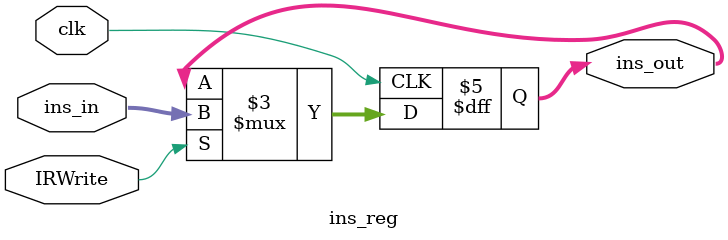
<source format=v>
`timescale 1ns / 1ps


module ins_reg(
input clk,
input IRWrite,
input [31:0] ins_in,
output reg[31:0] ins_out
    );
always@(posedge clk)
begin
    if(IRWrite)
        ins_out <= ins_in;
    else
        ins_out <= ins_out;
end
endmodule

</source>
